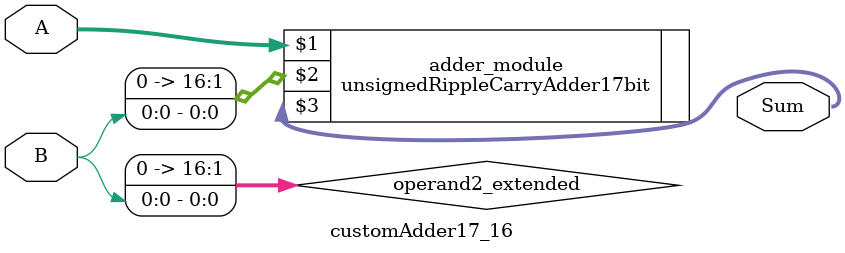
<source format=v>

module customAdder17_16(
                    input [16 : 0] A,
                    input [0 : 0] B,
                    
                    output [17 : 0] Sum
            );

    wire [16 : 0] operand2_extended;
    
    assign operand2_extended =  {16'b0, B};
    
    unsignedRippleCarryAdder17bit adder_module(
        A,
        operand2_extended,
        Sum
    );
    
endmodule
        
</source>
